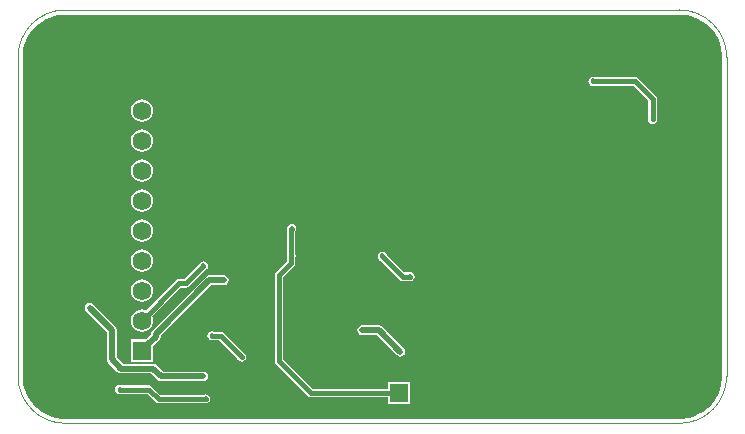
<source format=gbl>
G04*
G04 #@! TF.GenerationSoftware,Altium Limited,Altium Designer,20.1.8 (145)*
G04*
G04 Layer_Physical_Order=2*
G04 Layer_Color=16711680*
%FSLAX44Y44*%
%MOMM*%
G71*
G04*
G04 #@! TF.SameCoordinates,C9CF11F6-8CB7-4B33-927B-0983859D9422*
G04*
G04*
G04 #@! TF.FilePolarity,Positive*
G04*
G01*
G75*
%ADD13C,0.4000*%
%ADD59C,0.5080*%
%ADD62C,0.0500*%
%ADD63C,1.5500*%
%ADD64R,1.5500X1.5500*%
%ADD65C,6.0000*%
%ADD66R,1.5900X1.5900*%
%ADD67C,1.5900*%
%ADD68C,0.7500*%
%ADD69C,0.4572*%
G36*
X562367Y346115D02*
X567061Y345498D01*
X571634Y344272D01*
X576008Y342460D01*
X580108Y340093D01*
X583864Y337211D01*
X587211Y333864D01*
X590093Y330108D01*
X592460Y326008D01*
X594272Y321634D01*
X595498Y317061D01*
X596115Y312367D01*
Y310000D01*
Y40000D01*
Y37633D01*
X595498Y32939D01*
X594272Y28366D01*
X592460Y23992D01*
X590093Y19892D01*
X587211Y16136D01*
X583864Y12789D01*
X580108Y9907D01*
X576008Y7539D01*
X571634Y5728D01*
X567061Y4502D01*
X562367Y3884D01*
X560000Y3884D01*
X40000Y3884D01*
X37633D01*
X32939Y4502D01*
X28366Y5728D01*
X23992Y7539D01*
X19892Y9907D01*
X16136Y12789D01*
X12789Y16136D01*
X9907Y19892D01*
X7539Y23992D01*
X5728Y28366D01*
X4502Y32939D01*
X3884Y37633D01*
Y40000D01*
Y310000D01*
Y312367D01*
X4502Y317061D01*
X5728Y321634D01*
X7539Y326008D01*
X9907Y330108D01*
X12789Y333864D01*
X16136Y337211D01*
X19892Y340093D01*
X23992Y342460D01*
X28366Y344272D01*
X32939Y345498D01*
X37633Y346115D01*
X40000Y346115D01*
X560000D01*
X562367Y346115D01*
D02*
G37*
%LPC*%
G36*
X105000Y274407D02*
X102527Y274081D01*
X100222Y273127D01*
X98243Y271608D01*
X96725Y269629D01*
X95770Y267324D01*
X95444Y264851D01*
X95770Y262378D01*
X96725Y260073D01*
X98243Y258094D01*
X100222Y256576D01*
X102527Y255621D01*
X105000Y255295D01*
X107473Y255621D01*
X109778Y256576D01*
X111757Y258094D01*
X113275Y260073D01*
X114230Y262378D01*
X114556Y264851D01*
X114230Y267324D01*
X113275Y269629D01*
X111757Y271608D01*
X109778Y273127D01*
X107473Y274081D01*
X105000Y274407D01*
D02*
G37*
G36*
X486747Y293482D02*
X485260Y293186D01*
X484000Y292344D01*
X483158Y291084D01*
X482862Y289597D01*
X483158Y288111D01*
X484000Y286850D01*
X485260Y286008D01*
X486747Y285713D01*
X488213Y286004D01*
X521091D01*
X533684Y273411D01*
Y258803D01*
X533392Y257337D01*
X533688Y255851D01*
X534530Y254590D01*
X535790Y253748D01*
X537277Y253453D01*
X538764Y253748D01*
X540024Y254590D01*
X540866Y255851D01*
X541162Y257337D01*
X540870Y258803D01*
Y274900D01*
X540597Y276274D01*
X539818Y277440D01*
X525120Y292138D01*
X523954Y292917D01*
X522579Y293190D01*
X488213D01*
X486747Y293482D01*
D02*
G37*
G36*
X105000Y249007D02*
X102527Y248681D01*
X100222Y247727D01*
X98243Y246208D01*
X96725Y244229D01*
X95770Y241924D01*
X95444Y239451D01*
X95770Y236978D01*
X96725Y234673D01*
X98243Y232694D01*
X100222Y231176D01*
X102527Y230221D01*
X105000Y229895D01*
X107473Y230221D01*
X109778Y231176D01*
X111757Y232694D01*
X113275Y234673D01*
X114230Y236978D01*
X114556Y239451D01*
X114230Y241924D01*
X113275Y244229D01*
X111757Y246208D01*
X109778Y247727D01*
X107473Y248681D01*
X105000Y249007D01*
D02*
G37*
G36*
Y223607D02*
X102527Y223281D01*
X100222Y222327D01*
X98243Y220808D01*
X96725Y218829D01*
X95770Y216524D01*
X95444Y214051D01*
X95770Y211578D01*
X96725Y209273D01*
X98243Y207294D01*
X100222Y205776D01*
X102527Y204821D01*
X105000Y204495D01*
X107473Y204821D01*
X109778Y205776D01*
X111757Y207294D01*
X113275Y209273D01*
X114230Y211578D01*
X114556Y214051D01*
X114230Y216524D01*
X113275Y218829D01*
X111757Y220808D01*
X109778Y222327D01*
X107473Y223281D01*
X105000Y223607D01*
D02*
G37*
G36*
Y198207D02*
X102527Y197881D01*
X100222Y196927D01*
X98243Y195408D01*
X96725Y193429D01*
X95770Y191124D01*
X95444Y188651D01*
X95770Y186178D01*
X96725Y183873D01*
X98243Y181894D01*
X100222Y180376D01*
X102527Y179421D01*
X105000Y179095D01*
X107473Y179421D01*
X109778Y180376D01*
X111757Y181894D01*
X113275Y183873D01*
X114230Y186178D01*
X114556Y188651D01*
X114230Y191124D01*
X113275Y193429D01*
X111757Y195408D01*
X109778Y196927D01*
X107473Y197881D01*
X105000Y198207D01*
D02*
G37*
G36*
Y172807D02*
X102527Y172481D01*
X100222Y171527D01*
X98243Y170008D01*
X96725Y168029D01*
X95770Y165724D01*
X95444Y163251D01*
X95770Y160778D01*
X96725Y158473D01*
X98243Y156494D01*
X100222Y154976D01*
X102527Y154021D01*
X105000Y153695D01*
X107473Y154021D01*
X109778Y154976D01*
X111757Y156494D01*
X113275Y158473D01*
X114230Y160778D01*
X114556Y163251D01*
X114230Y165724D01*
X113275Y168029D01*
X111757Y170008D01*
X109778Y171527D01*
X107473Y172481D01*
X105000Y172807D01*
D02*
G37*
G36*
Y147407D02*
X102527Y147081D01*
X100222Y146127D01*
X98243Y144608D01*
X96725Y142629D01*
X95770Y140324D01*
X95444Y137851D01*
X95770Y135378D01*
X96725Y133073D01*
X98243Y131094D01*
X100222Y129576D01*
X102527Y128621D01*
X105000Y128295D01*
X107473Y128621D01*
X109778Y129576D01*
X111757Y131094D01*
X113275Y133073D01*
X114230Y135378D01*
X114556Y137851D01*
X114230Y140324D01*
X113275Y142629D01*
X111757Y144608D01*
X109778Y146127D01*
X107473Y147081D01*
X105000Y147407D01*
D02*
G37*
G36*
X308428Y145258D02*
X306941Y144962D01*
X305681Y144120D01*
X304839Y142860D01*
X304543Y141373D01*
X304839Y139887D01*
X305681Y138626D01*
X306843Y137850D01*
X323073Y121620D01*
X324239Y120841D01*
X325614Y120567D01*
X330453D01*
X331895Y120280D01*
X333382Y120576D01*
X334642Y121418D01*
X335484Y122678D01*
X335780Y124165D01*
X335484Y125652D01*
X334642Y126912D01*
X333382Y127754D01*
X331895Y128050D01*
X330409Y127754D01*
X330407Y127753D01*
X327102D01*
X312022Y142833D01*
X312017Y142860D01*
X311175Y144120D01*
X309914Y144962D01*
X308428Y145258D01*
D02*
G37*
G36*
X105000Y122007D02*
X102527Y121681D01*
X100222Y120727D01*
X98243Y119208D01*
X96725Y117229D01*
X95770Y114924D01*
X95444Y112451D01*
X95770Y109978D01*
X96725Y107673D01*
X98243Y105694D01*
X100222Y104176D01*
X102527Y103221D01*
X105000Y102895D01*
X107473Y103221D01*
X109778Y104176D01*
X111757Y105694D01*
X113275Y107673D01*
X114230Y109978D01*
X114556Y112451D01*
X114230Y114924D01*
X113275Y117229D01*
X111757Y119208D01*
X109778Y120727D01*
X107473Y121681D01*
X105000Y122007D01*
D02*
G37*
G36*
X156962Y137297D02*
X155475Y137001D01*
X154215Y136159D01*
X153385Y134916D01*
X140632Y122164D01*
X136609D01*
X135234Y121891D01*
X134068Y121112D01*
X108721Y95764D01*
X107473Y96281D01*
X105000Y96607D01*
X102527Y96281D01*
X100222Y95327D01*
X98243Y93808D01*
X96725Y91829D01*
X95770Y89524D01*
X95444Y87051D01*
X95770Y84578D01*
X96725Y82273D01*
X98243Y80294D01*
X100222Y78776D01*
X102527Y77821D01*
X105000Y77495D01*
X107473Y77821D01*
X109778Y78776D01*
X111757Y80294D01*
X113275Y82273D01*
X114230Y84578D01*
X114556Y87051D01*
X114230Y89524D01*
X113765Y90646D01*
X138097Y114978D01*
X142121D01*
X143496Y115252D01*
X144661Y116030D01*
X158466Y129835D01*
X159709Y130665D01*
X160551Y131926D01*
X160847Y133412D01*
X160551Y134899D01*
X159709Y136159D01*
X158448Y137001D01*
X156962Y137297D01*
D02*
G37*
G36*
X305772Y82884D02*
X291344D01*
X289758Y82568D01*
X288414Y81670D01*
X287516Y80326D01*
X287201Y78740D01*
X287516Y77154D01*
X288414Y75810D01*
X289758Y74912D01*
X291344Y74596D01*
X304055D01*
X320882Y57770D01*
X322226Y56872D01*
X323812Y56556D01*
X325397Y56872D01*
X326742Y57770D01*
X327640Y59114D01*
X327955Y60700D01*
X327640Y62286D01*
X326742Y63630D01*
X308702Y81670D01*
X307358Y82568D01*
X305772Y82884D01*
D02*
G37*
G36*
X164034Y78060D02*
X162548Y77764D01*
X161287Y76922D01*
X160445Y75662D01*
X160150Y74175D01*
X160445Y72689D01*
X161287Y71428D01*
X162548Y70586D01*
X164034Y70291D01*
X164227Y70329D01*
X164303Y70314D01*
X170006D01*
X185649Y54671D01*
X186479Y53428D01*
X187740Y52586D01*
X189226Y52290D01*
X190713Y52586D01*
X191973Y53428D01*
X192815Y54688D01*
X193111Y56175D01*
X192815Y57662D01*
X191973Y58922D01*
X190730Y59752D01*
X174035Y76448D01*
X172869Y77227D01*
X171494Y77500D01*
X165916D01*
X165521Y77764D01*
X164034Y78060D01*
D02*
G37*
G36*
X174241Y125201D02*
X162000D01*
X160414Y124886D01*
X159070Y123987D01*
X113614Y78531D01*
X112716Y77187D01*
X112400Y75602D01*
Y74911D01*
X108614Y71125D01*
X95526D01*
Y52177D01*
X114474D01*
Y65265D01*
X119474Y70265D01*
X120372Y71609D01*
X120687Y73195D01*
Y73885D01*
X163716Y116914D01*
X174241D01*
X175827Y117229D01*
X177171Y118127D01*
X178069Y119472D01*
X178385Y121057D01*
X178069Y122643D01*
X177171Y123987D01*
X175827Y124886D01*
X174241Y125201D01*
D02*
G37*
G36*
X60786Y101871D02*
X59200Y101556D01*
X57856Y100658D01*
X56958Y99313D01*
X56642Y97728D01*
X56958Y96142D01*
X57856Y94798D01*
X75104Y77549D01*
Y54116D01*
X75420Y52530D01*
X76318Y51185D01*
X84075Y43429D01*
X85419Y42530D01*
X87005Y42215D01*
X112594D01*
X118016Y36793D01*
X119360Y35895D01*
X120946Y35579D01*
X156975D01*
X158560Y35895D01*
X159905Y36793D01*
X160803Y38137D01*
X161118Y39723D01*
X160803Y41309D01*
X159905Y42653D01*
X158560Y43551D01*
X156975Y43867D01*
X122662D01*
X117240Y49289D01*
X115896Y50187D01*
X114310Y50502D01*
X88721D01*
X83392Y55832D01*
Y79265D01*
X83076Y80851D01*
X82178Y82195D01*
X63716Y100658D01*
X62372Y101556D01*
X60786Y101871D01*
D02*
G37*
G36*
X86047Y32520D02*
X84561Y32225D01*
X83300Y31382D01*
X82458Y30122D01*
X82163Y28636D01*
X82458Y27149D01*
X83300Y25889D01*
X84561Y25047D01*
X86047Y24751D01*
X87513Y25043D01*
X109741D01*
X116544Y18240D01*
X117709Y17461D01*
X119084Y17188D01*
X157322D01*
X158788Y16896D01*
X160274Y17192D01*
X161535Y18034D01*
X162377Y19294D01*
X162673Y20781D01*
X162377Y22267D01*
X161535Y23528D01*
X160274Y24370D01*
X158788Y24665D01*
X157322Y24374D01*
X120573D01*
X113770Y31176D01*
X112605Y31955D01*
X111230Y32229D01*
X87513D01*
X86047Y32520D01*
D02*
G37*
G36*
X231794Y168788D02*
X230308Y168492D01*
X229048Y167650D01*
X228205Y166390D01*
X228126Y165990D01*
X228004Y165807D01*
X227730Y164432D01*
Y143136D01*
X227438Y141670D01*
X227730Y140204D01*
Y137100D01*
X218591Y127960D01*
X217812Y126795D01*
X217538Y125420D01*
Y52435D01*
X217812Y51060D01*
X218591Y49894D01*
X245495Y22990D01*
X246661Y22211D01*
X248036Y21938D01*
X313052D01*
Y16257D01*
X331600D01*
Y34805D01*
X313052D01*
Y29124D01*
X249524D01*
X224724Y53924D01*
Y123931D01*
X233864Y133071D01*
X234643Y134236D01*
X234916Y135611D01*
Y140204D01*
X235208Y141670D01*
X234916Y143136D01*
Y162717D01*
X235383Y163417D01*
X235679Y164903D01*
X235383Y166390D01*
X234541Y167650D01*
X233281Y168492D01*
X231794Y168788D01*
D02*
G37*
%LPD*%
D13*
X308428Y141346D02*
Y141373D01*
X325614Y124160D02*
X331890D01*
X308428Y141346D02*
X325614Y124160D01*
X331890D02*
X331895Y124165D01*
X136609Y118571D02*
X142121D01*
X105000Y87051D02*
X105089D01*
X136609Y118571D01*
X142121D02*
X156962Y133412D01*
X231323Y164432D02*
X231794Y164903D01*
X231323Y141670D02*
Y164432D01*
X86047Y28636D02*
X111230D01*
X119084Y20781D02*
X158788D01*
X111230Y28636D02*
X119084Y20781D01*
X231323Y135611D02*
Y141670D01*
X221131Y125420D02*
X231323Y135611D01*
X522579Y289597D02*
X537277Y274900D01*
Y257337D02*
Y274900D01*
X486747Y289597D02*
X522579D01*
X248036Y25531D02*
X322326D01*
X164034Y74175D02*
X164303Y73907D01*
X171494D01*
X189226Y56175D01*
X221131Y52435D02*
X248036Y25531D01*
X221131Y52435D02*
Y125420D01*
D59*
X116544Y73195D02*
Y75602D01*
X162000Y121057D02*
X174241D01*
X116544Y75602D02*
X162000Y121057D01*
X110410Y67061D02*
X116544Y73195D01*
X105000Y61651D02*
X110410Y67061D01*
X110410D01*
X87005Y46359D02*
X114310D01*
X120946Y39723D02*
X156975D01*
X114310Y46359D02*
X120946Y39723D01*
X79248Y54116D02*
X87005Y46359D01*
X79248Y54116D02*
Y79265D01*
X60786Y97728D02*
X79248Y79265D01*
X291344Y78740D02*
X305772D01*
X323812Y60700D01*
D62*
X600000Y310000D02*
G03*
X560000Y350000I-40000J0D01*
G01*
X40000D02*
G03*
X0Y310000I0J-40000D01*
G01*
X560000Y0D02*
G03*
X600000Y40000I0J40000D01*
G01*
X0D02*
G03*
X40000Y0I40000J0D01*
G01*
Y350000D02*
X560000D01*
X40000Y-0D02*
X560000Y-0D01*
X600000Y40000D02*
Y310000D01*
X-0D02*
X0Y40000D01*
D63*
X347726Y25531D02*
D03*
D64*
X322326D02*
D03*
D65*
X40000Y40000D02*
D03*
Y310000D02*
D03*
X560000Y40000D02*
D03*
Y310000D02*
D03*
D66*
X105000Y61651D02*
D03*
D67*
Y87051D02*
D03*
Y112451D02*
D03*
Y137851D02*
D03*
Y163251D02*
D03*
Y188651D02*
D03*
Y214051D02*
D03*
Y239451D02*
D03*
Y264851D02*
D03*
Y290251D02*
D03*
D68*
X40000Y62500D02*
D03*
X62500Y40000D02*
D03*
X40000Y17500D02*
D03*
X17500Y40000D02*
D03*
X56000Y24000D02*
D03*
X24000Y56000D02*
D03*
Y24000D02*
D03*
X56000Y56000D02*
D03*
Y326000D02*
D03*
X24000Y294000D02*
D03*
Y326000D02*
D03*
X56000Y294000D02*
D03*
X17500Y310000D02*
D03*
X40000Y287500D02*
D03*
X62500Y310000D02*
D03*
X40000Y332500D02*
D03*
X560000Y62500D02*
D03*
X582500Y40000D02*
D03*
X560000Y17500D02*
D03*
X537500Y40000D02*
D03*
X576000Y24000D02*
D03*
X544000Y56000D02*
D03*
Y24000D02*
D03*
X576000Y56000D02*
D03*
Y326000D02*
D03*
X544000Y294000D02*
D03*
Y326000D02*
D03*
X576000Y294000D02*
D03*
X537500Y310000D02*
D03*
X560000Y287500D02*
D03*
X582500Y310000D02*
D03*
X560000Y332500D02*
D03*
D69*
X315843Y144411D02*
D03*
X117134Y87161D02*
D03*
X136771Y85131D02*
D03*
X353158Y187181D02*
D03*
X144579Y131081D02*
D03*
X156962Y133412D02*
D03*
X86928Y92241D02*
D03*
X231794Y164903D02*
D03*
X121527Y271117D02*
D03*
X127732Y98582D02*
D03*
X117307Y129576D02*
D03*
X136498Y29118D02*
D03*
X156975Y39723D02*
D03*
X158788Y20781D02*
D03*
X108594Y20685D02*
D03*
X231323Y141670D02*
D03*
X6096Y101692D02*
D03*
Y167908D02*
D03*
Y133877D02*
D03*
Y201589D02*
D03*
Y238879D02*
D03*
X91857Y38266D02*
D03*
X212434Y98810D02*
D03*
X194610Y162029D02*
D03*
X184955Y145327D02*
D03*
X212879Y85630D02*
D03*
X170997Y95883D02*
D03*
X537277Y243508D02*
D03*
Y257337D02*
D03*
X158502Y143680D02*
D03*
X60786Y97728D02*
D03*
X86047Y28636D02*
D03*
X9897Y70231D02*
D03*
X177096Y229966D02*
D03*
X348757Y111583D02*
D03*
X347155Y239451D02*
D03*
X347996Y264851D02*
D03*
X522626Y280531D02*
D03*
Y263525D02*
D03*
Y246663D02*
D03*
X28645Y103236D02*
D03*
X195680Y63922D02*
D03*
X212816Y70715D02*
D03*
X174241Y121057D02*
D03*
X182190Y51254D02*
D03*
X168747Y62286D02*
D03*
X481035Y124165D02*
D03*
X481301Y149327D02*
D03*
X481301Y175441D02*
D03*
X189226Y56175D02*
D03*
X211671Y45854D02*
D03*
X349353Y85253D02*
D03*
X302606Y133658D02*
D03*
X328306Y112451D02*
D03*
X340774Y134358D02*
D03*
X311212Y60124D02*
D03*
X324474Y72270D02*
D03*
X299648Y85581D02*
D03*
X239088Y21385D02*
D03*
X302104Y6271D02*
D03*
X323812Y60700D02*
D03*
X554677Y102572D02*
D03*
X488064Y52550D02*
D03*
X520630Y75198D02*
D03*
X582388Y102141D02*
D03*
X291344Y78740D02*
D03*
X267449Y184250D02*
D03*
X308428Y141373D02*
D03*
X331895Y124165D02*
D03*
X240832Y68968D02*
D03*
X351088Y159901D02*
D03*
X139853Y163654D02*
D03*
X182231Y116688D02*
D03*
X348118Y212168D02*
D03*
X515401Y137013D02*
D03*
X61782Y158911D02*
D03*
X228342Y60090D02*
D03*
X244354Y307425D02*
D03*
X252192Y98274D02*
D03*
X480845Y73703D02*
D03*
X496988Y176213D02*
D03*
X332776Y49386D02*
D03*
X537277Y100612D02*
D03*
X486747Y289597D02*
D03*
X349022Y305113D02*
D03*
X294592Y97467D02*
D03*
X293904Y114924D02*
D03*
X222475Y143720D02*
D03*
X415413Y51738D02*
D03*
X468784Y7367D02*
D03*
X239088Y6268D02*
D03*
X222097Y157693D02*
D03*
X209214Y150483D02*
D03*
X203719Y171042D02*
D03*
X317303Y166448D02*
D03*
X204430Y257963D02*
D03*
X287231Y292540D02*
D03*
X481263Y100112D02*
D03*
X516458Y315370D02*
D03*
X515524Y162323D02*
D03*
X320704Y215920D02*
D03*
X497734Y100886D02*
D03*
X515310Y124271D02*
D03*
X417242Y304351D02*
D03*
X495214Y281975D02*
D03*
X460413Y301570D02*
D03*
X82107Y123333D02*
D03*
X454129Y341104D02*
D03*
X55889Y232694D02*
D03*
X86928Y252000D02*
D03*
X85605Y227148D02*
D03*
X185098Y76322D02*
D03*
X146313Y59015D02*
D03*
X164034Y74175D02*
D03*
X182611Y6352D02*
D03*
X81978Y8442D02*
D03*
X165750Y46202D02*
D03*
X196827Y32178D02*
D03*
X196809Y45854D02*
D03*
X96510Y17474D02*
D03*
X560678Y76222D02*
D03*
X519016Y100732D02*
D03*
X152767Y197805D02*
D03*
X143384Y187618D02*
D03*
X133010Y176163D02*
D03*
X147282Y152654D02*
D03*
X111756Y176049D02*
D03*
X112552Y150350D02*
D03*
X41684Y143680D02*
D03*
X234112Y207808D02*
D03*
X251152Y165923D02*
D03*
X240928Y236309D02*
D03*
X267676Y202379D02*
D03*
X283357Y241129D02*
D03*
X335915Y281241D02*
D03*
X317570Y261840D02*
D03*
X174915Y291907D02*
D03*
X238214Y321581D02*
D03*
X257409Y341730D02*
D03*
X287463D02*
D03*
X317769Y341704D02*
D03*
X349599Y341730D02*
D03*
X380065Y341757D02*
D03*
X412256Y341919D02*
D03*
X496251Y340941D02*
D03*
X586462Y247171D02*
D03*
X586628Y270728D02*
D03*
X485743Y262667D02*
D03*
X582277Y74935D02*
D03*
X452019Y39966D02*
D03*
X507598Y7588D02*
D03*
X423309Y6313D02*
D03*
X363643Y6308D02*
D03*
X197868Y210147D02*
D03*
X190198Y192627D02*
D03*
X111935Y201959D02*
D03*
X111448Y226605D02*
D03*
X138344Y236064D02*
D03*
X120946Y252514D02*
D03*
X152954Y221216D02*
D03*
X221131Y227148D02*
D03*
X219964Y332474D02*
D03*
X223157Y304351D02*
D03*
X168785Y332159D02*
D03*
X130091Y331897D02*
D03*
X89137Y320974D02*
D03*
X39889Y256052D02*
D03*
X15129Y265776D02*
D03*
X36872Y91527D02*
D03*
X32838Y166770D02*
D03*
X32990Y219360D02*
D03*
X42490Y213402D02*
D03*
X42512Y203320D02*
D03*
X42490Y192974D02*
D03*
Y183402D02*
D03*
X42601Y173944D02*
D03*
X118422Y114999D02*
D03*
X222934Y291934D02*
D03*
X223045Y275974D02*
D03*
X223157Y259974D02*
D03*
X125308Y49215D02*
D03*
X507568Y34389D02*
D03*
X377709Y42276D02*
D03*
X592836Y131064D02*
D03*
Y143256D02*
D03*
Y207264D02*
D03*
Y219456D02*
D03*
Y231648D02*
D03*
M02*

</source>
